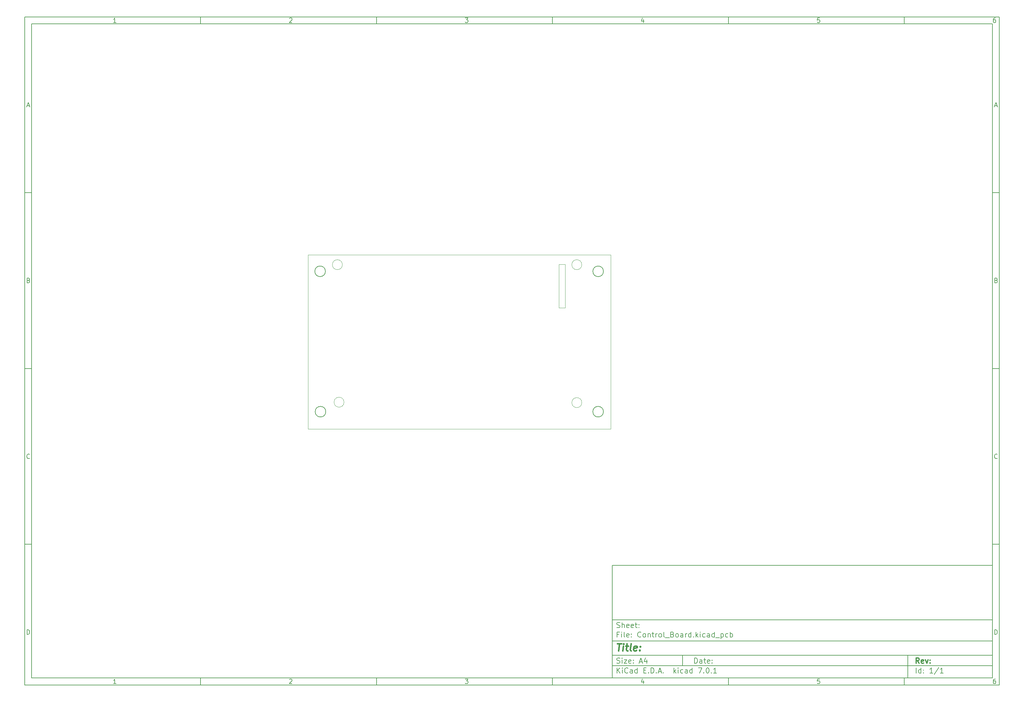
<source format=gbr>
%TF.GenerationSoftware,KiCad,Pcbnew,7.0.1*%
%TF.CreationDate,2024-01-20T13:41:41+00:00*%
%TF.ProjectId,Control_Board,436f6e74-726f-46c5-9f42-6f6172642e6b,rev?*%
%TF.SameCoordinates,Original*%
%TF.FileFunction,Other,User*%
%FSLAX45Y45*%
G04 Gerber Fmt 4.5, Leading zero omitted, Abs format (unit mm)*
G04 Created by KiCad (PCBNEW 7.0.1) date 2024-01-20 13:41:41*
%MOMM*%
%LPD*%
G01*
G04 APERTURE LIST*
%ADD10C,0.100000*%
%ADD11C,0.150000*%
%ADD12C,0.300000*%
%ADD13C,0.400000*%
%TA.AperFunction,Profile*%
%ADD14C,0.200000*%
%TD*%
%TA.AperFunction,Profile*%
%ADD15C,0.100000*%
%TD*%
G04 APERTURE END LIST*
D10*
D11*
X17700220Y-16600720D02*
X28500220Y-16600720D01*
X28500220Y-19800720D01*
X17700220Y-19800720D01*
X17700220Y-16600720D01*
D10*
D11*
X1000000Y-1000000D02*
X28700220Y-1000000D01*
X28700220Y-20000720D01*
X1000000Y-20000720D01*
X1000000Y-1000000D01*
D10*
D11*
X1200000Y-1200000D02*
X28500220Y-1200000D01*
X28500220Y-19800720D01*
X1200000Y-19800720D01*
X1200000Y-1200000D01*
D10*
D11*
X6000000Y-1200000D02*
X6000000Y-1000000D01*
D10*
D11*
X11000000Y-1200000D02*
X11000000Y-1000000D01*
D10*
D11*
X16000000Y-1200000D02*
X16000000Y-1000000D01*
D10*
D11*
X21000000Y-1200000D02*
X21000000Y-1000000D01*
D10*
D11*
X26000000Y-1200000D02*
X26000000Y-1000000D01*
D10*
D11*
X3599048Y-1160140D02*
X3524762Y-1160140D01*
X3561905Y-1160140D02*
X3561905Y-1030140D01*
X3561905Y-1030140D02*
X3549524Y-1048712D01*
X3549524Y-1048712D02*
X3537143Y-1061093D01*
X3537143Y-1061093D02*
X3524762Y-1067283D01*
D10*
D11*
X8524762Y-1042521D02*
X8530952Y-1036331D01*
X8530952Y-1036331D02*
X8543333Y-1030140D01*
X8543333Y-1030140D02*
X8574286Y-1030140D01*
X8574286Y-1030140D02*
X8586667Y-1036331D01*
X8586667Y-1036331D02*
X8592857Y-1042521D01*
X8592857Y-1042521D02*
X8599048Y-1054902D01*
X8599048Y-1054902D02*
X8599048Y-1067283D01*
X8599048Y-1067283D02*
X8592857Y-1085855D01*
X8592857Y-1085855D02*
X8518571Y-1160140D01*
X8518571Y-1160140D02*
X8599048Y-1160140D01*
D10*
D11*
X13518571Y-1030140D02*
X13599048Y-1030140D01*
X13599048Y-1030140D02*
X13555714Y-1079664D01*
X13555714Y-1079664D02*
X13574286Y-1079664D01*
X13574286Y-1079664D02*
X13586667Y-1085855D01*
X13586667Y-1085855D02*
X13592857Y-1092045D01*
X13592857Y-1092045D02*
X13599048Y-1104426D01*
X13599048Y-1104426D02*
X13599048Y-1135379D01*
X13599048Y-1135379D02*
X13592857Y-1147760D01*
X13592857Y-1147760D02*
X13586667Y-1153950D01*
X13586667Y-1153950D02*
X13574286Y-1160140D01*
X13574286Y-1160140D02*
X13537143Y-1160140D01*
X13537143Y-1160140D02*
X13524762Y-1153950D01*
X13524762Y-1153950D02*
X13518571Y-1147760D01*
D10*
D11*
X18586667Y-1073474D02*
X18586667Y-1160140D01*
X18555714Y-1023950D02*
X18524762Y-1116807D01*
X18524762Y-1116807D02*
X18605238Y-1116807D01*
D10*
D11*
X23592857Y-1030140D02*
X23530952Y-1030140D01*
X23530952Y-1030140D02*
X23524762Y-1092045D01*
X23524762Y-1092045D02*
X23530952Y-1085855D01*
X23530952Y-1085855D02*
X23543333Y-1079664D01*
X23543333Y-1079664D02*
X23574286Y-1079664D01*
X23574286Y-1079664D02*
X23586667Y-1085855D01*
X23586667Y-1085855D02*
X23592857Y-1092045D01*
X23592857Y-1092045D02*
X23599048Y-1104426D01*
X23599048Y-1104426D02*
X23599048Y-1135379D01*
X23599048Y-1135379D02*
X23592857Y-1147760D01*
X23592857Y-1147760D02*
X23586667Y-1153950D01*
X23586667Y-1153950D02*
X23574286Y-1160140D01*
X23574286Y-1160140D02*
X23543333Y-1160140D01*
X23543333Y-1160140D02*
X23530952Y-1153950D01*
X23530952Y-1153950D02*
X23524762Y-1147760D01*
D10*
D11*
X28586667Y-1030140D02*
X28561905Y-1030140D01*
X28561905Y-1030140D02*
X28549524Y-1036331D01*
X28549524Y-1036331D02*
X28543333Y-1042521D01*
X28543333Y-1042521D02*
X28530952Y-1061093D01*
X28530952Y-1061093D02*
X28524762Y-1085855D01*
X28524762Y-1085855D02*
X28524762Y-1135379D01*
X28524762Y-1135379D02*
X28530952Y-1147760D01*
X28530952Y-1147760D02*
X28537143Y-1153950D01*
X28537143Y-1153950D02*
X28549524Y-1160140D01*
X28549524Y-1160140D02*
X28574286Y-1160140D01*
X28574286Y-1160140D02*
X28586667Y-1153950D01*
X28586667Y-1153950D02*
X28592857Y-1147760D01*
X28592857Y-1147760D02*
X28599048Y-1135379D01*
X28599048Y-1135379D02*
X28599048Y-1104426D01*
X28599048Y-1104426D02*
X28592857Y-1092045D01*
X28592857Y-1092045D02*
X28586667Y-1085855D01*
X28586667Y-1085855D02*
X28574286Y-1079664D01*
X28574286Y-1079664D02*
X28549524Y-1079664D01*
X28549524Y-1079664D02*
X28537143Y-1085855D01*
X28537143Y-1085855D02*
X28530952Y-1092045D01*
X28530952Y-1092045D02*
X28524762Y-1104426D01*
D10*
D11*
X6000000Y-19800720D02*
X6000000Y-20000720D01*
D10*
D11*
X11000000Y-19800720D02*
X11000000Y-20000720D01*
D10*
D11*
X16000000Y-19800720D02*
X16000000Y-20000720D01*
D10*
D11*
X21000000Y-19800720D02*
X21000000Y-20000720D01*
D10*
D11*
X26000000Y-19800720D02*
X26000000Y-20000720D01*
D10*
D11*
X3599048Y-19960860D02*
X3524762Y-19960860D01*
X3561905Y-19960860D02*
X3561905Y-19830860D01*
X3561905Y-19830860D02*
X3549524Y-19849432D01*
X3549524Y-19849432D02*
X3537143Y-19861813D01*
X3537143Y-19861813D02*
X3524762Y-19868003D01*
D10*
D11*
X8524762Y-19843241D02*
X8530952Y-19837051D01*
X8530952Y-19837051D02*
X8543333Y-19830860D01*
X8543333Y-19830860D02*
X8574286Y-19830860D01*
X8574286Y-19830860D02*
X8586667Y-19837051D01*
X8586667Y-19837051D02*
X8592857Y-19843241D01*
X8592857Y-19843241D02*
X8599048Y-19855622D01*
X8599048Y-19855622D02*
X8599048Y-19868003D01*
X8599048Y-19868003D02*
X8592857Y-19886575D01*
X8592857Y-19886575D02*
X8518571Y-19960860D01*
X8518571Y-19960860D02*
X8599048Y-19960860D01*
D10*
D11*
X13518571Y-19830860D02*
X13599048Y-19830860D01*
X13599048Y-19830860D02*
X13555714Y-19880384D01*
X13555714Y-19880384D02*
X13574286Y-19880384D01*
X13574286Y-19880384D02*
X13586667Y-19886575D01*
X13586667Y-19886575D02*
X13592857Y-19892765D01*
X13592857Y-19892765D02*
X13599048Y-19905146D01*
X13599048Y-19905146D02*
X13599048Y-19936099D01*
X13599048Y-19936099D02*
X13592857Y-19948480D01*
X13592857Y-19948480D02*
X13586667Y-19954670D01*
X13586667Y-19954670D02*
X13574286Y-19960860D01*
X13574286Y-19960860D02*
X13537143Y-19960860D01*
X13537143Y-19960860D02*
X13524762Y-19954670D01*
X13524762Y-19954670D02*
X13518571Y-19948480D01*
D10*
D11*
X18586667Y-19874194D02*
X18586667Y-19960860D01*
X18555714Y-19824670D02*
X18524762Y-19917527D01*
X18524762Y-19917527D02*
X18605238Y-19917527D01*
D10*
D11*
X23592857Y-19830860D02*
X23530952Y-19830860D01*
X23530952Y-19830860D02*
X23524762Y-19892765D01*
X23524762Y-19892765D02*
X23530952Y-19886575D01*
X23530952Y-19886575D02*
X23543333Y-19880384D01*
X23543333Y-19880384D02*
X23574286Y-19880384D01*
X23574286Y-19880384D02*
X23586667Y-19886575D01*
X23586667Y-19886575D02*
X23592857Y-19892765D01*
X23592857Y-19892765D02*
X23599048Y-19905146D01*
X23599048Y-19905146D02*
X23599048Y-19936099D01*
X23599048Y-19936099D02*
X23592857Y-19948480D01*
X23592857Y-19948480D02*
X23586667Y-19954670D01*
X23586667Y-19954670D02*
X23574286Y-19960860D01*
X23574286Y-19960860D02*
X23543333Y-19960860D01*
X23543333Y-19960860D02*
X23530952Y-19954670D01*
X23530952Y-19954670D02*
X23524762Y-19948480D01*
D10*
D11*
X28586667Y-19830860D02*
X28561905Y-19830860D01*
X28561905Y-19830860D02*
X28549524Y-19837051D01*
X28549524Y-19837051D02*
X28543333Y-19843241D01*
X28543333Y-19843241D02*
X28530952Y-19861813D01*
X28530952Y-19861813D02*
X28524762Y-19886575D01*
X28524762Y-19886575D02*
X28524762Y-19936099D01*
X28524762Y-19936099D02*
X28530952Y-19948480D01*
X28530952Y-19948480D02*
X28537143Y-19954670D01*
X28537143Y-19954670D02*
X28549524Y-19960860D01*
X28549524Y-19960860D02*
X28574286Y-19960860D01*
X28574286Y-19960860D02*
X28586667Y-19954670D01*
X28586667Y-19954670D02*
X28592857Y-19948480D01*
X28592857Y-19948480D02*
X28599048Y-19936099D01*
X28599048Y-19936099D02*
X28599048Y-19905146D01*
X28599048Y-19905146D02*
X28592857Y-19892765D01*
X28592857Y-19892765D02*
X28586667Y-19886575D01*
X28586667Y-19886575D02*
X28574286Y-19880384D01*
X28574286Y-19880384D02*
X28549524Y-19880384D01*
X28549524Y-19880384D02*
X28537143Y-19886575D01*
X28537143Y-19886575D02*
X28530952Y-19892765D01*
X28530952Y-19892765D02*
X28524762Y-19905146D01*
D10*
D11*
X1000000Y-6000000D02*
X1200000Y-6000000D01*
D10*
D11*
X1000000Y-11000000D02*
X1200000Y-11000000D01*
D10*
D11*
X1000000Y-16000000D02*
X1200000Y-16000000D01*
D10*
D11*
X1069048Y-3522998D02*
X1130952Y-3522998D01*
X1056667Y-3560140D02*
X1100000Y-3430140D01*
X1100000Y-3430140D02*
X1143333Y-3560140D01*
D10*
D11*
X1109286Y-8492045D02*
X1127857Y-8498236D01*
X1127857Y-8498236D02*
X1134048Y-8504426D01*
X1134048Y-8504426D02*
X1140238Y-8516807D01*
X1140238Y-8516807D02*
X1140238Y-8535379D01*
X1140238Y-8535379D02*
X1134048Y-8547760D01*
X1134048Y-8547760D02*
X1127857Y-8553950D01*
X1127857Y-8553950D02*
X1115476Y-8560140D01*
X1115476Y-8560140D02*
X1065952Y-8560140D01*
X1065952Y-8560140D02*
X1065952Y-8430140D01*
X1065952Y-8430140D02*
X1109286Y-8430140D01*
X1109286Y-8430140D02*
X1121667Y-8436331D01*
X1121667Y-8436331D02*
X1127857Y-8442521D01*
X1127857Y-8442521D02*
X1134048Y-8454902D01*
X1134048Y-8454902D02*
X1134048Y-8467283D01*
X1134048Y-8467283D02*
X1127857Y-8479664D01*
X1127857Y-8479664D02*
X1121667Y-8485855D01*
X1121667Y-8485855D02*
X1109286Y-8492045D01*
X1109286Y-8492045D02*
X1065952Y-8492045D01*
D10*
D11*
X1140238Y-13547759D02*
X1134048Y-13553950D01*
X1134048Y-13553950D02*
X1115476Y-13560140D01*
X1115476Y-13560140D02*
X1103095Y-13560140D01*
X1103095Y-13560140D02*
X1084524Y-13553950D01*
X1084524Y-13553950D02*
X1072143Y-13541569D01*
X1072143Y-13541569D02*
X1065952Y-13529188D01*
X1065952Y-13529188D02*
X1059762Y-13504426D01*
X1059762Y-13504426D02*
X1059762Y-13485855D01*
X1059762Y-13485855D02*
X1065952Y-13461093D01*
X1065952Y-13461093D02*
X1072143Y-13448712D01*
X1072143Y-13448712D02*
X1084524Y-13436331D01*
X1084524Y-13436331D02*
X1103095Y-13430140D01*
X1103095Y-13430140D02*
X1115476Y-13430140D01*
X1115476Y-13430140D02*
X1134048Y-13436331D01*
X1134048Y-13436331D02*
X1140238Y-13442521D01*
D10*
D11*
X1065952Y-18560140D02*
X1065952Y-18430140D01*
X1065952Y-18430140D02*
X1096905Y-18430140D01*
X1096905Y-18430140D02*
X1115476Y-18436331D01*
X1115476Y-18436331D02*
X1127857Y-18448712D01*
X1127857Y-18448712D02*
X1134048Y-18461093D01*
X1134048Y-18461093D02*
X1140238Y-18485855D01*
X1140238Y-18485855D02*
X1140238Y-18504426D01*
X1140238Y-18504426D02*
X1134048Y-18529188D01*
X1134048Y-18529188D02*
X1127857Y-18541569D01*
X1127857Y-18541569D02*
X1115476Y-18553950D01*
X1115476Y-18553950D02*
X1096905Y-18560140D01*
X1096905Y-18560140D02*
X1065952Y-18560140D01*
D10*
D11*
X28700220Y-6000000D02*
X28500220Y-6000000D01*
D10*
D11*
X28700220Y-11000000D02*
X28500220Y-11000000D01*
D10*
D11*
X28700220Y-16000000D02*
X28500220Y-16000000D01*
D10*
D11*
X28569268Y-3522998D02*
X28631172Y-3522998D01*
X28556887Y-3560140D02*
X28600220Y-3430140D01*
X28600220Y-3430140D02*
X28643553Y-3560140D01*
D10*
D11*
X28609506Y-8492045D02*
X28628077Y-8498236D01*
X28628077Y-8498236D02*
X28634268Y-8504426D01*
X28634268Y-8504426D02*
X28640458Y-8516807D01*
X28640458Y-8516807D02*
X28640458Y-8535379D01*
X28640458Y-8535379D02*
X28634268Y-8547760D01*
X28634268Y-8547760D02*
X28628077Y-8553950D01*
X28628077Y-8553950D02*
X28615696Y-8560140D01*
X28615696Y-8560140D02*
X28566172Y-8560140D01*
X28566172Y-8560140D02*
X28566172Y-8430140D01*
X28566172Y-8430140D02*
X28609506Y-8430140D01*
X28609506Y-8430140D02*
X28621887Y-8436331D01*
X28621887Y-8436331D02*
X28628077Y-8442521D01*
X28628077Y-8442521D02*
X28634268Y-8454902D01*
X28634268Y-8454902D02*
X28634268Y-8467283D01*
X28634268Y-8467283D02*
X28628077Y-8479664D01*
X28628077Y-8479664D02*
X28621887Y-8485855D01*
X28621887Y-8485855D02*
X28609506Y-8492045D01*
X28609506Y-8492045D02*
X28566172Y-8492045D01*
D10*
D11*
X28640458Y-13547759D02*
X28634268Y-13553950D01*
X28634268Y-13553950D02*
X28615696Y-13560140D01*
X28615696Y-13560140D02*
X28603315Y-13560140D01*
X28603315Y-13560140D02*
X28584744Y-13553950D01*
X28584744Y-13553950D02*
X28572363Y-13541569D01*
X28572363Y-13541569D02*
X28566172Y-13529188D01*
X28566172Y-13529188D02*
X28559982Y-13504426D01*
X28559982Y-13504426D02*
X28559982Y-13485855D01*
X28559982Y-13485855D02*
X28566172Y-13461093D01*
X28566172Y-13461093D02*
X28572363Y-13448712D01*
X28572363Y-13448712D02*
X28584744Y-13436331D01*
X28584744Y-13436331D02*
X28603315Y-13430140D01*
X28603315Y-13430140D02*
X28615696Y-13430140D01*
X28615696Y-13430140D02*
X28634268Y-13436331D01*
X28634268Y-13436331D02*
X28640458Y-13442521D01*
D10*
D11*
X28566172Y-18560140D02*
X28566172Y-18430140D01*
X28566172Y-18430140D02*
X28597125Y-18430140D01*
X28597125Y-18430140D02*
X28615696Y-18436331D01*
X28615696Y-18436331D02*
X28628077Y-18448712D01*
X28628077Y-18448712D02*
X28634268Y-18461093D01*
X28634268Y-18461093D02*
X28640458Y-18485855D01*
X28640458Y-18485855D02*
X28640458Y-18504426D01*
X28640458Y-18504426D02*
X28634268Y-18529188D01*
X28634268Y-18529188D02*
X28628077Y-18541569D01*
X28628077Y-18541569D02*
X28615696Y-18553950D01*
X28615696Y-18553950D02*
X28597125Y-18560140D01*
X28597125Y-18560140D02*
X28566172Y-18560140D01*
D10*
D11*
X20035934Y-19380113D02*
X20035934Y-19230113D01*
X20035934Y-19230113D02*
X20071649Y-19230113D01*
X20071649Y-19230113D02*
X20093077Y-19237256D01*
X20093077Y-19237256D02*
X20107363Y-19251541D01*
X20107363Y-19251541D02*
X20114506Y-19265827D01*
X20114506Y-19265827D02*
X20121649Y-19294399D01*
X20121649Y-19294399D02*
X20121649Y-19315827D01*
X20121649Y-19315827D02*
X20114506Y-19344399D01*
X20114506Y-19344399D02*
X20107363Y-19358684D01*
X20107363Y-19358684D02*
X20093077Y-19372970D01*
X20093077Y-19372970D02*
X20071649Y-19380113D01*
X20071649Y-19380113D02*
X20035934Y-19380113D01*
X20250220Y-19380113D02*
X20250220Y-19301541D01*
X20250220Y-19301541D02*
X20243077Y-19287256D01*
X20243077Y-19287256D02*
X20228791Y-19280113D01*
X20228791Y-19280113D02*
X20200220Y-19280113D01*
X20200220Y-19280113D02*
X20185934Y-19287256D01*
X20250220Y-19372970D02*
X20235934Y-19380113D01*
X20235934Y-19380113D02*
X20200220Y-19380113D01*
X20200220Y-19380113D02*
X20185934Y-19372970D01*
X20185934Y-19372970D02*
X20178791Y-19358684D01*
X20178791Y-19358684D02*
X20178791Y-19344399D01*
X20178791Y-19344399D02*
X20185934Y-19330113D01*
X20185934Y-19330113D02*
X20200220Y-19322970D01*
X20200220Y-19322970D02*
X20235934Y-19322970D01*
X20235934Y-19322970D02*
X20250220Y-19315827D01*
X20300220Y-19280113D02*
X20357363Y-19280113D01*
X20321649Y-19230113D02*
X20321649Y-19358684D01*
X20321649Y-19358684D02*
X20328791Y-19372970D01*
X20328791Y-19372970D02*
X20343077Y-19380113D01*
X20343077Y-19380113D02*
X20357363Y-19380113D01*
X20464506Y-19372970D02*
X20450220Y-19380113D01*
X20450220Y-19380113D02*
X20421649Y-19380113D01*
X20421649Y-19380113D02*
X20407363Y-19372970D01*
X20407363Y-19372970D02*
X20400220Y-19358684D01*
X20400220Y-19358684D02*
X20400220Y-19301541D01*
X20400220Y-19301541D02*
X20407363Y-19287256D01*
X20407363Y-19287256D02*
X20421649Y-19280113D01*
X20421649Y-19280113D02*
X20450220Y-19280113D01*
X20450220Y-19280113D02*
X20464506Y-19287256D01*
X20464506Y-19287256D02*
X20471649Y-19301541D01*
X20471649Y-19301541D02*
X20471649Y-19315827D01*
X20471649Y-19315827D02*
X20400220Y-19330113D01*
X20535934Y-19365827D02*
X20543077Y-19372970D01*
X20543077Y-19372970D02*
X20535934Y-19380113D01*
X20535934Y-19380113D02*
X20528791Y-19372970D01*
X20528791Y-19372970D02*
X20535934Y-19365827D01*
X20535934Y-19365827D02*
X20535934Y-19380113D01*
X20535934Y-19287256D02*
X20543077Y-19294399D01*
X20543077Y-19294399D02*
X20535934Y-19301541D01*
X20535934Y-19301541D02*
X20528791Y-19294399D01*
X20528791Y-19294399D02*
X20535934Y-19287256D01*
X20535934Y-19287256D02*
X20535934Y-19301541D01*
D10*
D11*
X17700220Y-19450720D02*
X28500220Y-19450720D01*
D10*
D11*
X17835934Y-19660113D02*
X17835934Y-19510113D01*
X17921649Y-19660113D02*
X17857363Y-19574399D01*
X17921649Y-19510113D02*
X17835934Y-19595827D01*
X17985934Y-19660113D02*
X17985934Y-19560113D01*
X17985934Y-19510113D02*
X17978791Y-19517256D01*
X17978791Y-19517256D02*
X17985934Y-19524399D01*
X17985934Y-19524399D02*
X17993077Y-19517256D01*
X17993077Y-19517256D02*
X17985934Y-19510113D01*
X17985934Y-19510113D02*
X17985934Y-19524399D01*
X18143077Y-19645827D02*
X18135934Y-19652970D01*
X18135934Y-19652970D02*
X18114506Y-19660113D01*
X18114506Y-19660113D02*
X18100220Y-19660113D01*
X18100220Y-19660113D02*
X18078791Y-19652970D01*
X18078791Y-19652970D02*
X18064506Y-19638684D01*
X18064506Y-19638684D02*
X18057363Y-19624399D01*
X18057363Y-19624399D02*
X18050220Y-19595827D01*
X18050220Y-19595827D02*
X18050220Y-19574399D01*
X18050220Y-19574399D02*
X18057363Y-19545827D01*
X18057363Y-19545827D02*
X18064506Y-19531541D01*
X18064506Y-19531541D02*
X18078791Y-19517256D01*
X18078791Y-19517256D02*
X18100220Y-19510113D01*
X18100220Y-19510113D02*
X18114506Y-19510113D01*
X18114506Y-19510113D02*
X18135934Y-19517256D01*
X18135934Y-19517256D02*
X18143077Y-19524399D01*
X18271649Y-19660113D02*
X18271649Y-19581541D01*
X18271649Y-19581541D02*
X18264506Y-19567256D01*
X18264506Y-19567256D02*
X18250220Y-19560113D01*
X18250220Y-19560113D02*
X18221649Y-19560113D01*
X18221649Y-19560113D02*
X18207363Y-19567256D01*
X18271649Y-19652970D02*
X18257363Y-19660113D01*
X18257363Y-19660113D02*
X18221649Y-19660113D01*
X18221649Y-19660113D02*
X18207363Y-19652970D01*
X18207363Y-19652970D02*
X18200220Y-19638684D01*
X18200220Y-19638684D02*
X18200220Y-19624399D01*
X18200220Y-19624399D02*
X18207363Y-19610113D01*
X18207363Y-19610113D02*
X18221649Y-19602970D01*
X18221649Y-19602970D02*
X18257363Y-19602970D01*
X18257363Y-19602970D02*
X18271649Y-19595827D01*
X18407363Y-19660113D02*
X18407363Y-19510113D01*
X18407363Y-19652970D02*
X18393077Y-19660113D01*
X18393077Y-19660113D02*
X18364506Y-19660113D01*
X18364506Y-19660113D02*
X18350220Y-19652970D01*
X18350220Y-19652970D02*
X18343077Y-19645827D01*
X18343077Y-19645827D02*
X18335934Y-19631541D01*
X18335934Y-19631541D02*
X18335934Y-19588684D01*
X18335934Y-19588684D02*
X18343077Y-19574399D01*
X18343077Y-19574399D02*
X18350220Y-19567256D01*
X18350220Y-19567256D02*
X18364506Y-19560113D01*
X18364506Y-19560113D02*
X18393077Y-19560113D01*
X18393077Y-19560113D02*
X18407363Y-19567256D01*
X18593077Y-19581541D02*
X18643077Y-19581541D01*
X18664506Y-19660113D02*
X18593077Y-19660113D01*
X18593077Y-19660113D02*
X18593077Y-19510113D01*
X18593077Y-19510113D02*
X18664506Y-19510113D01*
X18728791Y-19645827D02*
X18735934Y-19652970D01*
X18735934Y-19652970D02*
X18728791Y-19660113D01*
X18728791Y-19660113D02*
X18721649Y-19652970D01*
X18721649Y-19652970D02*
X18728791Y-19645827D01*
X18728791Y-19645827D02*
X18728791Y-19660113D01*
X18800220Y-19660113D02*
X18800220Y-19510113D01*
X18800220Y-19510113D02*
X18835934Y-19510113D01*
X18835934Y-19510113D02*
X18857363Y-19517256D01*
X18857363Y-19517256D02*
X18871649Y-19531541D01*
X18871649Y-19531541D02*
X18878792Y-19545827D01*
X18878792Y-19545827D02*
X18885934Y-19574399D01*
X18885934Y-19574399D02*
X18885934Y-19595827D01*
X18885934Y-19595827D02*
X18878792Y-19624399D01*
X18878792Y-19624399D02*
X18871649Y-19638684D01*
X18871649Y-19638684D02*
X18857363Y-19652970D01*
X18857363Y-19652970D02*
X18835934Y-19660113D01*
X18835934Y-19660113D02*
X18800220Y-19660113D01*
X18950220Y-19645827D02*
X18957363Y-19652970D01*
X18957363Y-19652970D02*
X18950220Y-19660113D01*
X18950220Y-19660113D02*
X18943077Y-19652970D01*
X18943077Y-19652970D02*
X18950220Y-19645827D01*
X18950220Y-19645827D02*
X18950220Y-19660113D01*
X19014506Y-19617256D02*
X19085934Y-19617256D01*
X19000220Y-19660113D02*
X19050220Y-19510113D01*
X19050220Y-19510113D02*
X19100220Y-19660113D01*
X19150220Y-19645827D02*
X19157363Y-19652970D01*
X19157363Y-19652970D02*
X19150220Y-19660113D01*
X19150220Y-19660113D02*
X19143077Y-19652970D01*
X19143077Y-19652970D02*
X19150220Y-19645827D01*
X19150220Y-19645827D02*
X19150220Y-19660113D01*
X19450220Y-19660113D02*
X19450220Y-19510113D01*
X19464506Y-19602970D02*
X19507363Y-19660113D01*
X19507363Y-19560113D02*
X19450220Y-19617256D01*
X19571649Y-19660113D02*
X19571649Y-19560113D01*
X19571649Y-19510113D02*
X19564506Y-19517256D01*
X19564506Y-19517256D02*
X19571649Y-19524399D01*
X19571649Y-19524399D02*
X19578792Y-19517256D01*
X19578792Y-19517256D02*
X19571649Y-19510113D01*
X19571649Y-19510113D02*
X19571649Y-19524399D01*
X19707363Y-19652970D02*
X19693077Y-19660113D01*
X19693077Y-19660113D02*
X19664506Y-19660113D01*
X19664506Y-19660113D02*
X19650220Y-19652970D01*
X19650220Y-19652970D02*
X19643077Y-19645827D01*
X19643077Y-19645827D02*
X19635934Y-19631541D01*
X19635934Y-19631541D02*
X19635934Y-19588684D01*
X19635934Y-19588684D02*
X19643077Y-19574399D01*
X19643077Y-19574399D02*
X19650220Y-19567256D01*
X19650220Y-19567256D02*
X19664506Y-19560113D01*
X19664506Y-19560113D02*
X19693077Y-19560113D01*
X19693077Y-19560113D02*
X19707363Y-19567256D01*
X19835934Y-19660113D02*
X19835934Y-19581541D01*
X19835934Y-19581541D02*
X19828792Y-19567256D01*
X19828792Y-19567256D02*
X19814506Y-19560113D01*
X19814506Y-19560113D02*
X19785934Y-19560113D01*
X19785934Y-19560113D02*
X19771649Y-19567256D01*
X19835934Y-19652970D02*
X19821649Y-19660113D01*
X19821649Y-19660113D02*
X19785934Y-19660113D01*
X19785934Y-19660113D02*
X19771649Y-19652970D01*
X19771649Y-19652970D02*
X19764506Y-19638684D01*
X19764506Y-19638684D02*
X19764506Y-19624399D01*
X19764506Y-19624399D02*
X19771649Y-19610113D01*
X19771649Y-19610113D02*
X19785934Y-19602970D01*
X19785934Y-19602970D02*
X19821649Y-19602970D01*
X19821649Y-19602970D02*
X19835934Y-19595827D01*
X19971649Y-19660113D02*
X19971649Y-19510113D01*
X19971649Y-19652970D02*
X19957363Y-19660113D01*
X19957363Y-19660113D02*
X19928792Y-19660113D01*
X19928792Y-19660113D02*
X19914506Y-19652970D01*
X19914506Y-19652970D02*
X19907363Y-19645827D01*
X19907363Y-19645827D02*
X19900220Y-19631541D01*
X19900220Y-19631541D02*
X19900220Y-19588684D01*
X19900220Y-19588684D02*
X19907363Y-19574399D01*
X19907363Y-19574399D02*
X19914506Y-19567256D01*
X19914506Y-19567256D02*
X19928792Y-19560113D01*
X19928792Y-19560113D02*
X19957363Y-19560113D01*
X19957363Y-19560113D02*
X19971649Y-19567256D01*
X20143077Y-19510113D02*
X20243077Y-19510113D01*
X20243077Y-19510113D02*
X20178792Y-19660113D01*
X20300220Y-19645827D02*
X20307363Y-19652970D01*
X20307363Y-19652970D02*
X20300220Y-19660113D01*
X20300220Y-19660113D02*
X20293077Y-19652970D01*
X20293077Y-19652970D02*
X20300220Y-19645827D01*
X20300220Y-19645827D02*
X20300220Y-19660113D01*
X20400220Y-19510113D02*
X20414506Y-19510113D01*
X20414506Y-19510113D02*
X20428792Y-19517256D01*
X20428792Y-19517256D02*
X20435934Y-19524399D01*
X20435934Y-19524399D02*
X20443077Y-19538684D01*
X20443077Y-19538684D02*
X20450220Y-19567256D01*
X20450220Y-19567256D02*
X20450220Y-19602970D01*
X20450220Y-19602970D02*
X20443077Y-19631541D01*
X20443077Y-19631541D02*
X20435934Y-19645827D01*
X20435934Y-19645827D02*
X20428792Y-19652970D01*
X20428792Y-19652970D02*
X20414506Y-19660113D01*
X20414506Y-19660113D02*
X20400220Y-19660113D01*
X20400220Y-19660113D02*
X20385934Y-19652970D01*
X20385934Y-19652970D02*
X20378792Y-19645827D01*
X20378792Y-19645827D02*
X20371649Y-19631541D01*
X20371649Y-19631541D02*
X20364506Y-19602970D01*
X20364506Y-19602970D02*
X20364506Y-19567256D01*
X20364506Y-19567256D02*
X20371649Y-19538684D01*
X20371649Y-19538684D02*
X20378792Y-19524399D01*
X20378792Y-19524399D02*
X20385934Y-19517256D01*
X20385934Y-19517256D02*
X20400220Y-19510113D01*
X20514506Y-19645827D02*
X20521649Y-19652970D01*
X20521649Y-19652970D02*
X20514506Y-19660113D01*
X20514506Y-19660113D02*
X20507363Y-19652970D01*
X20507363Y-19652970D02*
X20514506Y-19645827D01*
X20514506Y-19645827D02*
X20514506Y-19660113D01*
X20664506Y-19660113D02*
X20578792Y-19660113D01*
X20621649Y-19660113D02*
X20621649Y-19510113D01*
X20621649Y-19510113D02*
X20607363Y-19531541D01*
X20607363Y-19531541D02*
X20593077Y-19545827D01*
X20593077Y-19545827D02*
X20578792Y-19552970D01*
D10*
D11*
X17700220Y-19150720D02*
X28500220Y-19150720D01*
D10*
D12*
X26421648Y-19380113D02*
X26371648Y-19308684D01*
X26335934Y-19380113D02*
X26335934Y-19230113D01*
X26335934Y-19230113D02*
X26393077Y-19230113D01*
X26393077Y-19230113D02*
X26407363Y-19237256D01*
X26407363Y-19237256D02*
X26414506Y-19244399D01*
X26414506Y-19244399D02*
X26421648Y-19258684D01*
X26421648Y-19258684D02*
X26421648Y-19280113D01*
X26421648Y-19280113D02*
X26414506Y-19294399D01*
X26414506Y-19294399D02*
X26407363Y-19301541D01*
X26407363Y-19301541D02*
X26393077Y-19308684D01*
X26393077Y-19308684D02*
X26335934Y-19308684D01*
X26543077Y-19372970D02*
X26528791Y-19380113D01*
X26528791Y-19380113D02*
X26500220Y-19380113D01*
X26500220Y-19380113D02*
X26485934Y-19372970D01*
X26485934Y-19372970D02*
X26478791Y-19358684D01*
X26478791Y-19358684D02*
X26478791Y-19301541D01*
X26478791Y-19301541D02*
X26485934Y-19287256D01*
X26485934Y-19287256D02*
X26500220Y-19280113D01*
X26500220Y-19280113D02*
X26528791Y-19280113D01*
X26528791Y-19280113D02*
X26543077Y-19287256D01*
X26543077Y-19287256D02*
X26550220Y-19301541D01*
X26550220Y-19301541D02*
X26550220Y-19315827D01*
X26550220Y-19315827D02*
X26478791Y-19330113D01*
X26600220Y-19280113D02*
X26635934Y-19380113D01*
X26635934Y-19380113D02*
X26671648Y-19280113D01*
X26728791Y-19365827D02*
X26735934Y-19372970D01*
X26735934Y-19372970D02*
X26728791Y-19380113D01*
X26728791Y-19380113D02*
X26721648Y-19372970D01*
X26721648Y-19372970D02*
X26728791Y-19365827D01*
X26728791Y-19365827D02*
X26728791Y-19380113D01*
X26728791Y-19287256D02*
X26735934Y-19294399D01*
X26735934Y-19294399D02*
X26728791Y-19301541D01*
X26728791Y-19301541D02*
X26721648Y-19294399D01*
X26721648Y-19294399D02*
X26728791Y-19287256D01*
X26728791Y-19287256D02*
X26728791Y-19301541D01*
D10*
D11*
X17828791Y-19372970D02*
X17850220Y-19380113D01*
X17850220Y-19380113D02*
X17885934Y-19380113D01*
X17885934Y-19380113D02*
X17900220Y-19372970D01*
X17900220Y-19372970D02*
X17907363Y-19365827D01*
X17907363Y-19365827D02*
X17914506Y-19351541D01*
X17914506Y-19351541D02*
X17914506Y-19337256D01*
X17914506Y-19337256D02*
X17907363Y-19322970D01*
X17907363Y-19322970D02*
X17900220Y-19315827D01*
X17900220Y-19315827D02*
X17885934Y-19308684D01*
X17885934Y-19308684D02*
X17857363Y-19301541D01*
X17857363Y-19301541D02*
X17843077Y-19294399D01*
X17843077Y-19294399D02*
X17835934Y-19287256D01*
X17835934Y-19287256D02*
X17828791Y-19272970D01*
X17828791Y-19272970D02*
X17828791Y-19258684D01*
X17828791Y-19258684D02*
X17835934Y-19244399D01*
X17835934Y-19244399D02*
X17843077Y-19237256D01*
X17843077Y-19237256D02*
X17857363Y-19230113D01*
X17857363Y-19230113D02*
X17893077Y-19230113D01*
X17893077Y-19230113D02*
X17914506Y-19237256D01*
X17978791Y-19380113D02*
X17978791Y-19280113D01*
X17978791Y-19230113D02*
X17971649Y-19237256D01*
X17971649Y-19237256D02*
X17978791Y-19244399D01*
X17978791Y-19244399D02*
X17985934Y-19237256D01*
X17985934Y-19237256D02*
X17978791Y-19230113D01*
X17978791Y-19230113D02*
X17978791Y-19244399D01*
X18035934Y-19280113D02*
X18114506Y-19280113D01*
X18114506Y-19280113D02*
X18035934Y-19380113D01*
X18035934Y-19380113D02*
X18114506Y-19380113D01*
X18228791Y-19372970D02*
X18214506Y-19380113D01*
X18214506Y-19380113D02*
X18185934Y-19380113D01*
X18185934Y-19380113D02*
X18171649Y-19372970D01*
X18171649Y-19372970D02*
X18164506Y-19358684D01*
X18164506Y-19358684D02*
X18164506Y-19301541D01*
X18164506Y-19301541D02*
X18171649Y-19287256D01*
X18171649Y-19287256D02*
X18185934Y-19280113D01*
X18185934Y-19280113D02*
X18214506Y-19280113D01*
X18214506Y-19280113D02*
X18228791Y-19287256D01*
X18228791Y-19287256D02*
X18235934Y-19301541D01*
X18235934Y-19301541D02*
X18235934Y-19315827D01*
X18235934Y-19315827D02*
X18164506Y-19330113D01*
X18300220Y-19365827D02*
X18307363Y-19372970D01*
X18307363Y-19372970D02*
X18300220Y-19380113D01*
X18300220Y-19380113D02*
X18293077Y-19372970D01*
X18293077Y-19372970D02*
X18300220Y-19365827D01*
X18300220Y-19365827D02*
X18300220Y-19380113D01*
X18300220Y-19287256D02*
X18307363Y-19294399D01*
X18307363Y-19294399D02*
X18300220Y-19301541D01*
X18300220Y-19301541D02*
X18293077Y-19294399D01*
X18293077Y-19294399D02*
X18300220Y-19287256D01*
X18300220Y-19287256D02*
X18300220Y-19301541D01*
X18478791Y-19337256D02*
X18550220Y-19337256D01*
X18464506Y-19380113D02*
X18514506Y-19230113D01*
X18514506Y-19230113D02*
X18564506Y-19380113D01*
X18678791Y-19280113D02*
X18678791Y-19380113D01*
X18643077Y-19222970D02*
X18607363Y-19330113D01*
X18607363Y-19330113D02*
X18700220Y-19330113D01*
D10*
D11*
X26335934Y-19660113D02*
X26335934Y-19510113D01*
X26471649Y-19660113D02*
X26471649Y-19510113D01*
X26471649Y-19652970D02*
X26457363Y-19660113D01*
X26457363Y-19660113D02*
X26428791Y-19660113D01*
X26428791Y-19660113D02*
X26414506Y-19652970D01*
X26414506Y-19652970D02*
X26407363Y-19645827D01*
X26407363Y-19645827D02*
X26400220Y-19631541D01*
X26400220Y-19631541D02*
X26400220Y-19588684D01*
X26400220Y-19588684D02*
X26407363Y-19574399D01*
X26407363Y-19574399D02*
X26414506Y-19567256D01*
X26414506Y-19567256D02*
X26428791Y-19560113D01*
X26428791Y-19560113D02*
X26457363Y-19560113D01*
X26457363Y-19560113D02*
X26471649Y-19567256D01*
X26543077Y-19645827D02*
X26550220Y-19652970D01*
X26550220Y-19652970D02*
X26543077Y-19660113D01*
X26543077Y-19660113D02*
X26535934Y-19652970D01*
X26535934Y-19652970D02*
X26543077Y-19645827D01*
X26543077Y-19645827D02*
X26543077Y-19660113D01*
X26543077Y-19567256D02*
X26550220Y-19574399D01*
X26550220Y-19574399D02*
X26543077Y-19581541D01*
X26543077Y-19581541D02*
X26535934Y-19574399D01*
X26535934Y-19574399D02*
X26543077Y-19567256D01*
X26543077Y-19567256D02*
X26543077Y-19581541D01*
X26807363Y-19660113D02*
X26721649Y-19660113D01*
X26764506Y-19660113D02*
X26764506Y-19510113D01*
X26764506Y-19510113D02*
X26750220Y-19531541D01*
X26750220Y-19531541D02*
X26735934Y-19545827D01*
X26735934Y-19545827D02*
X26721649Y-19552970D01*
X26978791Y-19502970D02*
X26850220Y-19695827D01*
X27107363Y-19660113D02*
X27021649Y-19660113D01*
X27064506Y-19660113D02*
X27064506Y-19510113D01*
X27064506Y-19510113D02*
X27050220Y-19531541D01*
X27050220Y-19531541D02*
X27035934Y-19545827D01*
X27035934Y-19545827D02*
X27021649Y-19552970D01*
D10*
D11*
X17700220Y-18750720D02*
X28500220Y-18750720D01*
D10*
D13*
X17843077Y-18823244D02*
X17957363Y-18823244D01*
X17875220Y-19023244D02*
X17900220Y-18823244D01*
X17997839Y-19023244D02*
X18014506Y-18889910D01*
X18022839Y-18823244D02*
X18012125Y-18832768D01*
X18012125Y-18832768D02*
X18020458Y-18842291D01*
X18020458Y-18842291D02*
X18031172Y-18832768D01*
X18031172Y-18832768D02*
X18022839Y-18823244D01*
X18022839Y-18823244D02*
X18020458Y-18842291D01*
X18079982Y-18889910D02*
X18156172Y-18889910D01*
X18116887Y-18823244D02*
X18095458Y-18994672D01*
X18095458Y-18994672D02*
X18102601Y-19013720D01*
X18102601Y-19013720D02*
X18120458Y-19023244D01*
X18120458Y-19023244D02*
X18139506Y-19023244D01*
X18233553Y-19023244D02*
X18215696Y-19013720D01*
X18215696Y-19013720D02*
X18208553Y-18994672D01*
X18208553Y-18994672D02*
X18229982Y-18823244D01*
X18385934Y-19013720D02*
X18365696Y-19023244D01*
X18365696Y-19023244D02*
X18327601Y-19023244D01*
X18327601Y-19023244D02*
X18309744Y-19013720D01*
X18309744Y-19013720D02*
X18302601Y-18994672D01*
X18302601Y-18994672D02*
X18312125Y-18918482D01*
X18312125Y-18918482D02*
X18324029Y-18899434D01*
X18324029Y-18899434D02*
X18344268Y-18889910D01*
X18344268Y-18889910D02*
X18382363Y-18889910D01*
X18382363Y-18889910D02*
X18400220Y-18899434D01*
X18400220Y-18899434D02*
X18407363Y-18918482D01*
X18407363Y-18918482D02*
X18404982Y-18937530D01*
X18404982Y-18937530D02*
X18307363Y-18956577D01*
X18481172Y-19004196D02*
X18489506Y-19013720D01*
X18489506Y-19013720D02*
X18478791Y-19023244D01*
X18478791Y-19023244D02*
X18470458Y-19013720D01*
X18470458Y-19013720D02*
X18481172Y-19004196D01*
X18481172Y-19004196D02*
X18478791Y-19023244D01*
X18494268Y-18899434D02*
X18502601Y-18908958D01*
X18502601Y-18908958D02*
X18491887Y-18918482D01*
X18491887Y-18918482D02*
X18483553Y-18908958D01*
X18483553Y-18908958D02*
X18494268Y-18899434D01*
X18494268Y-18899434D02*
X18491887Y-18918482D01*
D10*
D11*
X17885934Y-18561541D02*
X17835934Y-18561541D01*
X17835934Y-18640113D02*
X17835934Y-18490113D01*
X17835934Y-18490113D02*
X17907363Y-18490113D01*
X17964506Y-18640113D02*
X17964506Y-18540113D01*
X17964506Y-18490113D02*
X17957363Y-18497256D01*
X17957363Y-18497256D02*
X17964506Y-18504399D01*
X17964506Y-18504399D02*
X17971649Y-18497256D01*
X17971649Y-18497256D02*
X17964506Y-18490113D01*
X17964506Y-18490113D02*
X17964506Y-18504399D01*
X18057363Y-18640113D02*
X18043077Y-18632970D01*
X18043077Y-18632970D02*
X18035934Y-18618684D01*
X18035934Y-18618684D02*
X18035934Y-18490113D01*
X18171649Y-18632970D02*
X18157363Y-18640113D01*
X18157363Y-18640113D02*
X18128791Y-18640113D01*
X18128791Y-18640113D02*
X18114506Y-18632970D01*
X18114506Y-18632970D02*
X18107363Y-18618684D01*
X18107363Y-18618684D02*
X18107363Y-18561541D01*
X18107363Y-18561541D02*
X18114506Y-18547256D01*
X18114506Y-18547256D02*
X18128791Y-18540113D01*
X18128791Y-18540113D02*
X18157363Y-18540113D01*
X18157363Y-18540113D02*
X18171649Y-18547256D01*
X18171649Y-18547256D02*
X18178791Y-18561541D01*
X18178791Y-18561541D02*
X18178791Y-18575827D01*
X18178791Y-18575827D02*
X18107363Y-18590113D01*
X18243077Y-18625827D02*
X18250220Y-18632970D01*
X18250220Y-18632970D02*
X18243077Y-18640113D01*
X18243077Y-18640113D02*
X18235934Y-18632970D01*
X18235934Y-18632970D02*
X18243077Y-18625827D01*
X18243077Y-18625827D02*
X18243077Y-18640113D01*
X18243077Y-18547256D02*
X18250220Y-18554399D01*
X18250220Y-18554399D02*
X18243077Y-18561541D01*
X18243077Y-18561541D02*
X18235934Y-18554399D01*
X18235934Y-18554399D02*
X18243077Y-18547256D01*
X18243077Y-18547256D02*
X18243077Y-18561541D01*
X18514506Y-18625827D02*
X18507363Y-18632970D01*
X18507363Y-18632970D02*
X18485934Y-18640113D01*
X18485934Y-18640113D02*
X18471649Y-18640113D01*
X18471649Y-18640113D02*
X18450220Y-18632970D01*
X18450220Y-18632970D02*
X18435934Y-18618684D01*
X18435934Y-18618684D02*
X18428791Y-18604399D01*
X18428791Y-18604399D02*
X18421649Y-18575827D01*
X18421649Y-18575827D02*
X18421649Y-18554399D01*
X18421649Y-18554399D02*
X18428791Y-18525827D01*
X18428791Y-18525827D02*
X18435934Y-18511541D01*
X18435934Y-18511541D02*
X18450220Y-18497256D01*
X18450220Y-18497256D02*
X18471649Y-18490113D01*
X18471649Y-18490113D02*
X18485934Y-18490113D01*
X18485934Y-18490113D02*
X18507363Y-18497256D01*
X18507363Y-18497256D02*
X18514506Y-18504399D01*
X18600220Y-18640113D02*
X18585934Y-18632970D01*
X18585934Y-18632970D02*
X18578791Y-18625827D01*
X18578791Y-18625827D02*
X18571649Y-18611541D01*
X18571649Y-18611541D02*
X18571649Y-18568684D01*
X18571649Y-18568684D02*
X18578791Y-18554399D01*
X18578791Y-18554399D02*
X18585934Y-18547256D01*
X18585934Y-18547256D02*
X18600220Y-18540113D01*
X18600220Y-18540113D02*
X18621649Y-18540113D01*
X18621649Y-18540113D02*
X18635934Y-18547256D01*
X18635934Y-18547256D02*
X18643077Y-18554399D01*
X18643077Y-18554399D02*
X18650220Y-18568684D01*
X18650220Y-18568684D02*
X18650220Y-18611541D01*
X18650220Y-18611541D02*
X18643077Y-18625827D01*
X18643077Y-18625827D02*
X18635934Y-18632970D01*
X18635934Y-18632970D02*
X18621649Y-18640113D01*
X18621649Y-18640113D02*
X18600220Y-18640113D01*
X18714506Y-18540113D02*
X18714506Y-18640113D01*
X18714506Y-18554399D02*
X18721649Y-18547256D01*
X18721649Y-18547256D02*
X18735934Y-18540113D01*
X18735934Y-18540113D02*
X18757363Y-18540113D01*
X18757363Y-18540113D02*
X18771649Y-18547256D01*
X18771649Y-18547256D02*
X18778791Y-18561541D01*
X18778791Y-18561541D02*
X18778791Y-18640113D01*
X18828791Y-18540113D02*
X18885934Y-18540113D01*
X18850220Y-18490113D02*
X18850220Y-18618684D01*
X18850220Y-18618684D02*
X18857363Y-18632970D01*
X18857363Y-18632970D02*
X18871649Y-18640113D01*
X18871649Y-18640113D02*
X18885934Y-18640113D01*
X18935934Y-18640113D02*
X18935934Y-18540113D01*
X18935934Y-18568684D02*
X18943077Y-18554399D01*
X18943077Y-18554399D02*
X18950220Y-18547256D01*
X18950220Y-18547256D02*
X18964506Y-18540113D01*
X18964506Y-18540113D02*
X18978791Y-18540113D01*
X19050220Y-18640113D02*
X19035934Y-18632970D01*
X19035934Y-18632970D02*
X19028791Y-18625827D01*
X19028791Y-18625827D02*
X19021649Y-18611541D01*
X19021649Y-18611541D02*
X19021649Y-18568684D01*
X19021649Y-18568684D02*
X19028791Y-18554399D01*
X19028791Y-18554399D02*
X19035934Y-18547256D01*
X19035934Y-18547256D02*
X19050220Y-18540113D01*
X19050220Y-18540113D02*
X19071649Y-18540113D01*
X19071649Y-18540113D02*
X19085934Y-18547256D01*
X19085934Y-18547256D02*
X19093077Y-18554399D01*
X19093077Y-18554399D02*
X19100220Y-18568684D01*
X19100220Y-18568684D02*
X19100220Y-18611541D01*
X19100220Y-18611541D02*
X19093077Y-18625827D01*
X19093077Y-18625827D02*
X19085934Y-18632970D01*
X19085934Y-18632970D02*
X19071649Y-18640113D01*
X19071649Y-18640113D02*
X19050220Y-18640113D01*
X19185934Y-18640113D02*
X19171649Y-18632970D01*
X19171649Y-18632970D02*
X19164506Y-18618684D01*
X19164506Y-18618684D02*
X19164506Y-18490113D01*
X19207363Y-18654399D02*
X19321649Y-18654399D01*
X19407363Y-18561541D02*
X19428791Y-18568684D01*
X19428791Y-18568684D02*
X19435934Y-18575827D01*
X19435934Y-18575827D02*
X19443077Y-18590113D01*
X19443077Y-18590113D02*
X19443077Y-18611541D01*
X19443077Y-18611541D02*
X19435934Y-18625827D01*
X19435934Y-18625827D02*
X19428791Y-18632970D01*
X19428791Y-18632970D02*
X19414506Y-18640113D01*
X19414506Y-18640113D02*
X19357363Y-18640113D01*
X19357363Y-18640113D02*
X19357363Y-18490113D01*
X19357363Y-18490113D02*
X19407363Y-18490113D01*
X19407363Y-18490113D02*
X19421649Y-18497256D01*
X19421649Y-18497256D02*
X19428791Y-18504399D01*
X19428791Y-18504399D02*
X19435934Y-18518684D01*
X19435934Y-18518684D02*
X19435934Y-18532970D01*
X19435934Y-18532970D02*
X19428791Y-18547256D01*
X19428791Y-18547256D02*
X19421649Y-18554399D01*
X19421649Y-18554399D02*
X19407363Y-18561541D01*
X19407363Y-18561541D02*
X19357363Y-18561541D01*
X19528791Y-18640113D02*
X19514506Y-18632970D01*
X19514506Y-18632970D02*
X19507363Y-18625827D01*
X19507363Y-18625827D02*
X19500220Y-18611541D01*
X19500220Y-18611541D02*
X19500220Y-18568684D01*
X19500220Y-18568684D02*
X19507363Y-18554399D01*
X19507363Y-18554399D02*
X19514506Y-18547256D01*
X19514506Y-18547256D02*
X19528791Y-18540113D01*
X19528791Y-18540113D02*
X19550220Y-18540113D01*
X19550220Y-18540113D02*
X19564506Y-18547256D01*
X19564506Y-18547256D02*
X19571649Y-18554399D01*
X19571649Y-18554399D02*
X19578791Y-18568684D01*
X19578791Y-18568684D02*
X19578791Y-18611541D01*
X19578791Y-18611541D02*
X19571649Y-18625827D01*
X19571649Y-18625827D02*
X19564506Y-18632970D01*
X19564506Y-18632970D02*
X19550220Y-18640113D01*
X19550220Y-18640113D02*
X19528791Y-18640113D01*
X19707363Y-18640113D02*
X19707363Y-18561541D01*
X19707363Y-18561541D02*
X19700220Y-18547256D01*
X19700220Y-18547256D02*
X19685934Y-18540113D01*
X19685934Y-18540113D02*
X19657363Y-18540113D01*
X19657363Y-18540113D02*
X19643077Y-18547256D01*
X19707363Y-18632970D02*
X19693077Y-18640113D01*
X19693077Y-18640113D02*
X19657363Y-18640113D01*
X19657363Y-18640113D02*
X19643077Y-18632970D01*
X19643077Y-18632970D02*
X19635934Y-18618684D01*
X19635934Y-18618684D02*
X19635934Y-18604399D01*
X19635934Y-18604399D02*
X19643077Y-18590113D01*
X19643077Y-18590113D02*
X19657363Y-18582970D01*
X19657363Y-18582970D02*
X19693077Y-18582970D01*
X19693077Y-18582970D02*
X19707363Y-18575827D01*
X19778791Y-18640113D02*
X19778791Y-18540113D01*
X19778791Y-18568684D02*
X19785934Y-18554399D01*
X19785934Y-18554399D02*
X19793077Y-18547256D01*
X19793077Y-18547256D02*
X19807363Y-18540113D01*
X19807363Y-18540113D02*
X19821649Y-18540113D01*
X19935934Y-18640113D02*
X19935934Y-18490113D01*
X19935934Y-18632970D02*
X19921648Y-18640113D01*
X19921648Y-18640113D02*
X19893077Y-18640113D01*
X19893077Y-18640113D02*
X19878791Y-18632970D01*
X19878791Y-18632970D02*
X19871648Y-18625827D01*
X19871648Y-18625827D02*
X19864506Y-18611541D01*
X19864506Y-18611541D02*
X19864506Y-18568684D01*
X19864506Y-18568684D02*
X19871648Y-18554399D01*
X19871648Y-18554399D02*
X19878791Y-18547256D01*
X19878791Y-18547256D02*
X19893077Y-18540113D01*
X19893077Y-18540113D02*
X19921648Y-18540113D01*
X19921648Y-18540113D02*
X19935934Y-18547256D01*
X20007363Y-18625827D02*
X20014506Y-18632970D01*
X20014506Y-18632970D02*
X20007363Y-18640113D01*
X20007363Y-18640113D02*
X20000220Y-18632970D01*
X20000220Y-18632970D02*
X20007363Y-18625827D01*
X20007363Y-18625827D02*
X20007363Y-18640113D01*
X20078791Y-18640113D02*
X20078791Y-18490113D01*
X20093077Y-18582970D02*
X20135934Y-18640113D01*
X20135934Y-18540113D02*
X20078791Y-18597256D01*
X20200220Y-18640113D02*
X20200220Y-18540113D01*
X20200220Y-18490113D02*
X20193077Y-18497256D01*
X20193077Y-18497256D02*
X20200220Y-18504399D01*
X20200220Y-18504399D02*
X20207363Y-18497256D01*
X20207363Y-18497256D02*
X20200220Y-18490113D01*
X20200220Y-18490113D02*
X20200220Y-18504399D01*
X20335934Y-18632970D02*
X20321649Y-18640113D01*
X20321649Y-18640113D02*
X20293077Y-18640113D01*
X20293077Y-18640113D02*
X20278791Y-18632970D01*
X20278791Y-18632970D02*
X20271649Y-18625827D01*
X20271649Y-18625827D02*
X20264506Y-18611541D01*
X20264506Y-18611541D02*
X20264506Y-18568684D01*
X20264506Y-18568684D02*
X20271649Y-18554399D01*
X20271649Y-18554399D02*
X20278791Y-18547256D01*
X20278791Y-18547256D02*
X20293077Y-18540113D01*
X20293077Y-18540113D02*
X20321649Y-18540113D01*
X20321649Y-18540113D02*
X20335934Y-18547256D01*
X20464506Y-18640113D02*
X20464506Y-18561541D01*
X20464506Y-18561541D02*
X20457363Y-18547256D01*
X20457363Y-18547256D02*
X20443077Y-18540113D01*
X20443077Y-18540113D02*
X20414506Y-18540113D01*
X20414506Y-18540113D02*
X20400220Y-18547256D01*
X20464506Y-18632970D02*
X20450220Y-18640113D01*
X20450220Y-18640113D02*
X20414506Y-18640113D01*
X20414506Y-18640113D02*
X20400220Y-18632970D01*
X20400220Y-18632970D02*
X20393077Y-18618684D01*
X20393077Y-18618684D02*
X20393077Y-18604399D01*
X20393077Y-18604399D02*
X20400220Y-18590113D01*
X20400220Y-18590113D02*
X20414506Y-18582970D01*
X20414506Y-18582970D02*
X20450220Y-18582970D01*
X20450220Y-18582970D02*
X20464506Y-18575827D01*
X20600220Y-18640113D02*
X20600220Y-18490113D01*
X20600220Y-18632970D02*
X20585934Y-18640113D01*
X20585934Y-18640113D02*
X20557363Y-18640113D01*
X20557363Y-18640113D02*
X20543077Y-18632970D01*
X20543077Y-18632970D02*
X20535934Y-18625827D01*
X20535934Y-18625827D02*
X20528791Y-18611541D01*
X20528791Y-18611541D02*
X20528791Y-18568684D01*
X20528791Y-18568684D02*
X20535934Y-18554399D01*
X20535934Y-18554399D02*
X20543077Y-18547256D01*
X20543077Y-18547256D02*
X20557363Y-18540113D01*
X20557363Y-18540113D02*
X20585934Y-18540113D01*
X20585934Y-18540113D02*
X20600220Y-18547256D01*
X20635934Y-18654399D02*
X20750220Y-18654399D01*
X20785934Y-18540113D02*
X20785934Y-18690113D01*
X20785934Y-18547256D02*
X20800220Y-18540113D01*
X20800220Y-18540113D02*
X20828791Y-18540113D01*
X20828791Y-18540113D02*
X20843077Y-18547256D01*
X20843077Y-18547256D02*
X20850220Y-18554399D01*
X20850220Y-18554399D02*
X20857363Y-18568684D01*
X20857363Y-18568684D02*
X20857363Y-18611541D01*
X20857363Y-18611541D02*
X20850220Y-18625827D01*
X20850220Y-18625827D02*
X20843077Y-18632970D01*
X20843077Y-18632970D02*
X20828791Y-18640113D01*
X20828791Y-18640113D02*
X20800220Y-18640113D01*
X20800220Y-18640113D02*
X20785934Y-18632970D01*
X20985934Y-18632970D02*
X20971649Y-18640113D01*
X20971649Y-18640113D02*
X20943077Y-18640113D01*
X20943077Y-18640113D02*
X20928791Y-18632970D01*
X20928791Y-18632970D02*
X20921649Y-18625827D01*
X20921649Y-18625827D02*
X20914506Y-18611541D01*
X20914506Y-18611541D02*
X20914506Y-18568684D01*
X20914506Y-18568684D02*
X20921649Y-18554399D01*
X20921649Y-18554399D02*
X20928791Y-18547256D01*
X20928791Y-18547256D02*
X20943077Y-18540113D01*
X20943077Y-18540113D02*
X20971649Y-18540113D01*
X20971649Y-18540113D02*
X20985934Y-18547256D01*
X21050220Y-18640113D02*
X21050220Y-18490113D01*
X21050220Y-18547256D02*
X21064506Y-18540113D01*
X21064506Y-18540113D02*
X21093077Y-18540113D01*
X21093077Y-18540113D02*
X21107363Y-18547256D01*
X21107363Y-18547256D02*
X21114506Y-18554399D01*
X21114506Y-18554399D02*
X21121649Y-18568684D01*
X21121649Y-18568684D02*
X21121649Y-18611541D01*
X21121649Y-18611541D02*
X21114506Y-18625827D01*
X21114506Y-18625827D02*
X21107363Y-18632970D01*
X21107363Y-18632970D02*
X21093077Y-18640113D01*
X21093077Y-18640113D02*
X21064506Y-18640113D01*
X21064506Y-18640113D02*
X21050220Y-18632970D01*
D10*
D11*
X17700220Y-18150720D02*
X28500220Y-18150720D01*
D10*
D11*
X17828791Y-18362970D02*
X17850220Y-18370113D01*
X17850220Y-18370113D02*
X17885934Y-18370113D01*
X17885934Y-18370113D02*
X17900220Y-18362970D01*
X17900220Y-18362970D02*
X17907363Y-18355827D01*
X17907363Y-18355827D02*
X17914506Y-18341541D01*
X17914506Y-18341541D02*
X17914506Y-18327256D01*
X17914506Y-18327256D02*
X17907363Y-18312970D01*
X17907363Y-18312970D02*
X17900220Y-18305827D01*
X17900220Y-18305827D02*
X17885934Y-18298684D01*
X17885934Y-18298684D02*
X17857363Y-18291541D01*
X17857363Y-18291541D02*
X17843077Y-18284399D01*
X17843077Y-18284399D02*
X17835934Y-18277256D01*
X17835934Y-18277256D02*
X17828791Y-18262970D01*
X17828791Y-18262970D02*
X17828791Y-18248684D01*
X17828791Y-18248684D02*
X17835934Y-18234399D01*
X17835934Y-18234399D02*
X17843077Y-18227256D01*
X17843077Y-18227256D02*
X17857363Y-18220113D01*
X17857363Y-18220113D02*
X17893077Y-18220113D01*
X17893077Y-18220113D02*
X17914506Y-18227256D01*
X17978791Y-18370113D02*
X17978791Y-18220113D01*
X18043077Y-18370113D02*
X18043077Y-18291541D01*
X18043077Y-18291541D02*
X18035934Y-18277256D01*
X18035934Y-18277256D02*
X18021649Y-18270113D01*
X18021649Y-18270113D02*
X18000220Y-18270113D01*
X18000220Y-18270113D02*
X17985934Y-18277256D01*
X17985934Y-18277256D02*
X17978791Y-18284399D01*
X18171649Y-18362970D02*
X18157363Y-18370113D01*
X18157363Y-18370113D02*
X18128791Y-18370113D01*
X18128791Y-18370113D02*
X18114506Y-18362970D01*
X18114506Y-18362970D02*
X18107363Y-18348684D01*
X18107363Y-18348684D02*
X18107363Y-18291541D01*
X18107363Y-18291541D02*
X18114506Y-18277256D01*
X18114506Y-18277256D02*
X18128791Y-18270113D01*
X18128791Y-18270113D02*
X18157363Y-18270113D01*
X18157363Y-18270113D02*
X18171649Y-18277256D01*
X18171649Y-18277256D02*
X18178791Y-18291541D01*
X18178791Y-18291541D02*
X18178791Y-18305827D01*
X18178791Y-18305827D02*
X18107363Y-18320113D01*
X18300220Y-18362970D02*
X18285934Y-18370113D01*
X18285934Y-18370113D02*
X18257363Y-18370113D01*
X18257363Y-18370113D02*
X18243077Y-18362970D01*
X18243077Y-18362970D02*
X18235934Y-18348684D01*
X18235934Y-18348684D02*
X18235934Y-18291541D01*
X18235934Y-18291541D02*
X18243077Y-18277256D01*
X18243077Y-18277256D02*
X18257363Y-18270113D01*
X18257363Y-18270113D02*
X18285934Y-18270113D01*
X18285934Y-18270113D02*
X18300220Y-18277256D01*
X18300220Y-18277256D02*
X18307363Y-18291541D01*
X18307363Y-18291541D02*
X18307363Y-18305827D01*
X18307363Y-18305827D02*
X18235934Y-18320113D01*
X18350220Y-18270113D02*
X18407363Y-18270113D01*
X18371648Y-18220113D02*
X18371648Y-18348684D01*
X18371648Y-18348684D02*
X18378791Y-18362970D01*
X18378791Y-18362970D02*
X18393077Y-18370113D01*
X18393077Y-18370113D02*
X18407363Y-18370113D01*
X18457363Y-18355827D02*
X18464506Y-18362970D01*
X18464506Y-18362970D02*
X18457363Y-18370113D01*
X18457363Y-18370113D02*
X18450220Y-18362970D01*
X18450220Y-18362970D02*
X18457363Y-18355827D01*
X18457363Y-18355827D02*
X18457363Y-18370113D01*
X18457363Y-18277256D02*
X18464506Y-18284399D01*
X18464506Y-18284399D02*
X18457363Y-18291541D01*
X18457363Y-18291541D02*
X18450220Y-18284399D01*
X18450220Y-18284399D02*
X18457363Y-18277256D01*
X18457363Y-18277256D02*
X18457363Y-18291541D01*
D10*
D12*
D10*
D11*
D10*
D11*
D10*
D11*
D10*
D11*
D10*
D11*
X19700220Y-19150720D02*
X19700220Y-19450720D01*
D10*
D11*
X26100220Y-19150720D02*
X26100220Y-19800720D01*
D14*
X17448541Y-8236000D02*
G75*
G03*
X17448541Y-8236000I-150541J0D01*
G01*
D15*
X16180000Y-8037000D02*
X16360000Y-8037000D01*
X16360000Y-9277000D01*
X16180000Y-9277000D01*
X16180000Y-8037000D01*
X16832500Y-8047000D02*
G75*
G03*
X16832500Y-8047000I-141532J0D01*
G01*
X10029032Y-8047000D02*
G75*
G03*
X10029032Y-8047000I-141532J0D01*
G01*
D14*
X9557541Y-12227000D02*
G75*
G03*
X9557541Y-12227000I-150541J0D01*
G01*
X9546541Y-8235000D02*
G75*
G03*
X9546541Y-8235000I-150541J0D01*
G01*
X17447541Y-12227000D02*
G75*
G03*
X17447541Y-12227000I-150541J0D01*
G01*
D15*
X10075000Y-11957000D02*
G75*
G03*
X10075000Y-11957000I-141532J0D01*
G01*
X16833000Y-11969500D02*
G75*
G03*
X16833000Y-11969500I-141532J0D01*
G01*
X9056000Y-7769500D02*
X17653000Y-7769500D01*
X17653000Y-12719500D01*
X9056000Y-12719500D01*
X9056000Y-7769500D01*
M02*

</source>
